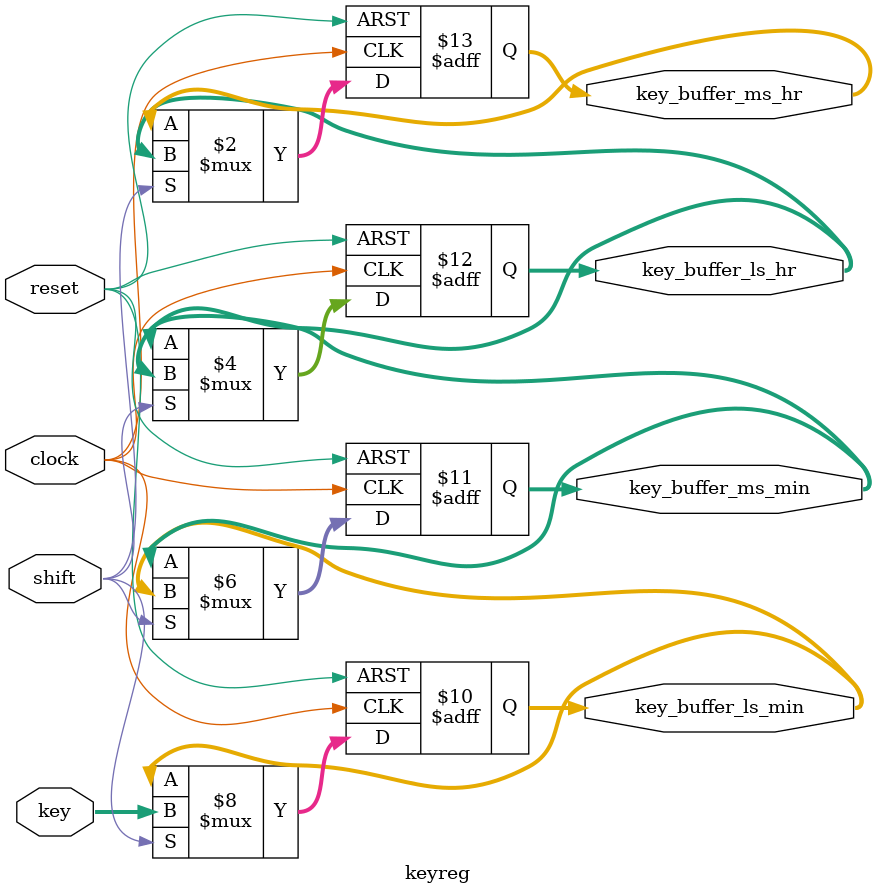
<source format=v>
module keyreg(
    reset,
    clock,
    shift,
    key,
    key_buffer_ls_min,
    key_buffer_ms_min,
    key_buffer_ls_hr,
    key_buffer_ms_hr
);

input reset;
input clock;
input shift;
input [3:0] key;

output reg [3:0] key_buffer_ls_min;
output reg [3:0] key_buffer_ms_min;
output reg [3:0] key_buffer_ls_hr;
output reg [3:0] key_buffer_ms_hr;

always @(posedge clock or posedge reset)
begin
    if (reset)
    begin
        key_buffer_ls_min <= 0;
        key_buffer_ms_min <= 0;
        key_buffer_ls_hr  <= 0;
        key_buffer_ms_hr  <= 0;
    end
    else if (shift)
    begin
        key_buffer_ms_hr  <= key_buffer_ls_hr;
        key_buffer_ls_hr  <= key_buffer_ms_min;
        key_buffer_ms_min <= key_buffer_ls_min;
        key_buffer_ls_min <= key;
    end
end

endmodule

</source>
